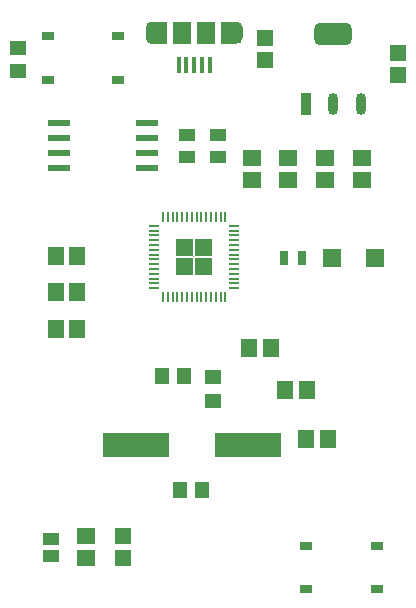
<source format=gtp>
G04*
G04 #@! TF.GenerationSoftware,Altium Limited,Altium Designer,23.2.1 (34)*
G04*
G04 Layer_Color=8421504*
%FSLAX44Y44*%
%MOMM*%
G71*
G04*
G04 #@! TF.SameCoordinates,523C6F17-9805-44BE-8DD6-06E41B6C0E98*
G04*
G04*
G04 #@! TF.FilePolarity,Positive*
G04*
G01*
G75*
%ADD16C,0.5000*%
%ADD17R,0.8721X1.8596*%
G04:AMPARAMS|DCode=18|XSize=1.8596mm|YSize=0.8721mm|CornerRadius=0.4361mm|HoleSize=0mm|Usage=FLASHONLY|Rotation=90.000|XOffset=0mm|YOffset=0mm|HoleType=Round|Shape=RoundedRectangle|*
%AMROUNDEDRECTD18*
21,1,1.8596,0.0000,0,0,90.0*
21,1,0.9875,0.8721,0,0,90.0*
1,1,0.8721,0.0000,0.4938*
1,1,0.8721,0.0000,-0.4938*
1,1,0.8721,0.0000,-0.4938*
1,1,0.8721,0.0000,0.4938*
%
%ADD18ROUNDEDRECTD18*%
G04:AMPARAMS|DCode=19|XSize=1.8596mm|YSize=3.1721mm|CornerRadius=0.437mm|HoleSize=0mm|Usage=FLASHONLY|Rotation=90.000|XOffset=0mm|YOffset=0mm|HoleType=Round|Shape=RoundedRectangle|*
%AMROUNDEDRECTD19*
21,1,1.8596,2.2981,0,0,90.0*
21,1,0.9856,3.1721,0,0,90.0*
1,1,0.8740,1.1490,0.4928*
1,1,0.8740,1.1490,-0.4928*
1,1,0.8740,-1.1490,-0.4928*
1,1,0.8740,-1.1490,0.4928*
%
%ADD19ROUNDEDRECTD19*%
%ADD20R,1.0000X0.7000*%
%ADD21R,1.5000X1.9000*%
%ADD22R,0.4000X1.3500*%
%ADD23R,1.3562X1.0546*%
%ADD24R,1.4546X1.5562*%
%ADD25R,1.4621X1.3578*%
%ADD26R,1.4500X1.2000*%
%ADD27R,0.1778X0.8128*%
%ADD28R,1.1500X1.4500*%
%ADD29R,0.8000X1.2500*%
%ADD30R,1.5562X1.4546*%
%ADD31R,1.8288X0.5334*%
%ADD32R,0.0254X0.0254*%
%ADD33R,0.8128X0.1778*%
%ADD34R,5.6000X2.1000*%
%ADD35R,1.4500X1.0500*%
%ADD36R,1.5000X1.6000*%
G36*
X287540Y480640D02*
X282540D01*
Y489640D01*
X287540D01*
X287540Y480640D01*
D02*
G37*
G36*
X210540Y480640D02*
X205540D01*
X205540Y489640D01*
X210540D01*
Y480640D01*
D02*
G37*
G36*
X282540Y475640D02*
X269540D01*
Y494640D01*
X282540D01*
Y475640D01*
D02*
G37*
G36*
X223540D02*
X210540D01*
Y494640D01*
X223540D01*
Y475640D01*
D02*
G37*
G36*
X261542Y296280D02*
X247540D01*
Y310282D01*
X261542D01*
Y296280D01*
D02*
G37*
G36*
X245540D02*
X231538D01*
Y310282D01*
X245540D01*
Y296280D01*
D02*
G37*
G36*
X261542Y280278D02*
X247540D01*
Y294280D01*
X261542D01*
Y280278D01*
D02*
G37*
G36*
X245540D02*
X231538D01*
Y294280D01*
X245540D01*
Y280278D01*
D02*
G37*
D16*
X281940Y483067D02*
G03*
X281940Y478213I600J-2427D01*
G01*
D02*
G03*
X285040Y480640I600J2427D01*
G01*
D02*
G03*
X281940Y483067I-2500J0D01*
G01*
X211511Y478336D02*
G03*
X213040Y480640I-971J2304D01*
G01*
D02*
G03*
X211511Y482944I-2500J0D01*
G01*
D02*
G03*
X210820Y483124I-971J-2304D01*
G01*
X213040Y489640D02*
G03*
X213040Y489640I-2500J0D01*
G01*
X285040Y489640D02*
G03*
X285040Y489640I-2500J0D01*
G01*
X210820Y483124D02*
G03*
X210820Y478156I-280J-2484D01*
G01*
D02*
G03*
X211511Y478336I-280J2484D01*
G01*
D17*
X341490Y424897D02*
D03*
D18*
X364490D02*
D03*
X387490D02*
D03*
D19*
X364490Y484422D02*
D03*
D20*
X341475Y50885D02*
D03*
X401475D02*
D03*
X341475Y13885D02*
D03*
X401475D02*
D03*
X182400Y445050D02*
D03*
X122400D02*
D03*
X182400Y482050D02*
D03*
X122400D02*
D03*
D21*
X236540Y485140D02*
D03*
X256540D02*
D03*
D22*
X233540Y458140D02*
D03*
X240040D02*
D03*
X246540D02*
D03*
X253040D02*
D03*
X259540D02*
D03*
D23*
X124900Y56788D02*
D03*
Y42272D02*
D03*
D24*
X147688Y265541D02*
D03*
X129172D02*
D03*
X341262Y140970D02*
D03*
X359778D02*
D03*
X323482Y182880D02*
D03*
X341998D02*
D03*
X129172Y296326D02*
D03*
X147688D02*
D03*
X129172Y233977D02*
D03*
X147688D02*
D03*
X293002Y218440D02*
D03*
X311518D02*
D03*
D25*
X186261Y58802D02*
D03*
Y40258D02*
D03*
X419100Y449198D02*
D03*
Y467742D02*
D03*
X306229Y462368D02*
D03*
Y480912D02*
D03*
D26*
X97790Y472440D02*
D03*
Y452440D02*
D03*
X262507Y173310D02*
D03*
Y193310D02*
D03*
D27*
X260764Y261244D02*
D03*
X220124Y329316D02*
D03*
X224188D02*
D03*
X228252D02*
D03*
X232316D02*
D03*
X236380D02*
D03*
X240444D02*
D03*
X244508D02*
D03*
X248572D02*
D03*
X252636D02*
D03*
X256700D02*
D03*
X260764D02*
D03*
X264828D02*
D03*
X268892D02*
D03*
X272956D02*
D03*
Y261244D02*
D03*
X268892D02*
D03*
X264828D02*
D03*
X256700D02*
D03*
X252636D02*
D03*
X248572D02*
D03*
X244508D02*
D03*
X240444D02*
D03*
X236380D02*
D03*
X232316D02*
D03*
X228252D02*
D03*
X224188D02*
D03*
X220124D02*
D03*
D28*
X234840Y97790D02*
D03*
X252840D02*
D03*
X219600Y194310D02*
D03*
X237600D02*
D03*
D29*
X338200Y294640D02*
D03*
X322200D02*
D03*
D30*
X388622Y379196D02*
D03*
Y360680D02*
D03*
X357299Y379196D02*
D03*
Y360680D02*
D03*
X155208Y40272D02*
D03*
Y58788D02*
D03*
X326085Y379196D02*
D03*
Y360680D02*
D03*
X295910Y379196D02*
D03*
Y360680D02*
D03*
D31*
X132483Y408580D02*
D03*
Y395880D02*
D03*
Y383180D02*
D03*
Y370480D02*
D03*
X206397D02*
D03*
Y383180D02*
D03*
Y395880D02*
D03*
Y408580D02*
D03*
D32*
X246540Y295280D02*
D03*
D33*
X280576Y321696D02*
D03*
Y317632D02*
D03*
Y313568D02*
D03*
Y309504D02*
D03*
Y305440D02*
D03*
Y301376D02*
D03*
Y297312D02*
D03*
Y293248D02*
D03*
Y289184D02*
D03*
Y285120D02*
D03*
Y281056D02*
D03*
Y276992D02*
D03*
Y272928D02*
D03*
Y268864D02*
D03*
X212504D02*
D03*
Y272928D02*
D03*
Y276992D02*
D03*
Y281056D02*
D03*
Y285120D02*
D03*
Y289184D02*
D03*
Y293248D02*
D03*
Y297312D02*
D03*
Y301376D02*
D03*
Y305440D02*
D03*
Y309504D02*
D03*
Y313568D02*
D03*
Y317632D02*
D03*
Y321696D02*
D03*
D34*
X197100Y135890D02*
D03*
X292100D02*
D03*
D35*
X240442Y398780D02*
D03*
Y380280D02*
D03*
X266700Y398780D02*
D03*
Y380280D02*
D03*
D36*
X363220Y294640D02*
D03*
X399220D02*
D03*
M02*

</source>
